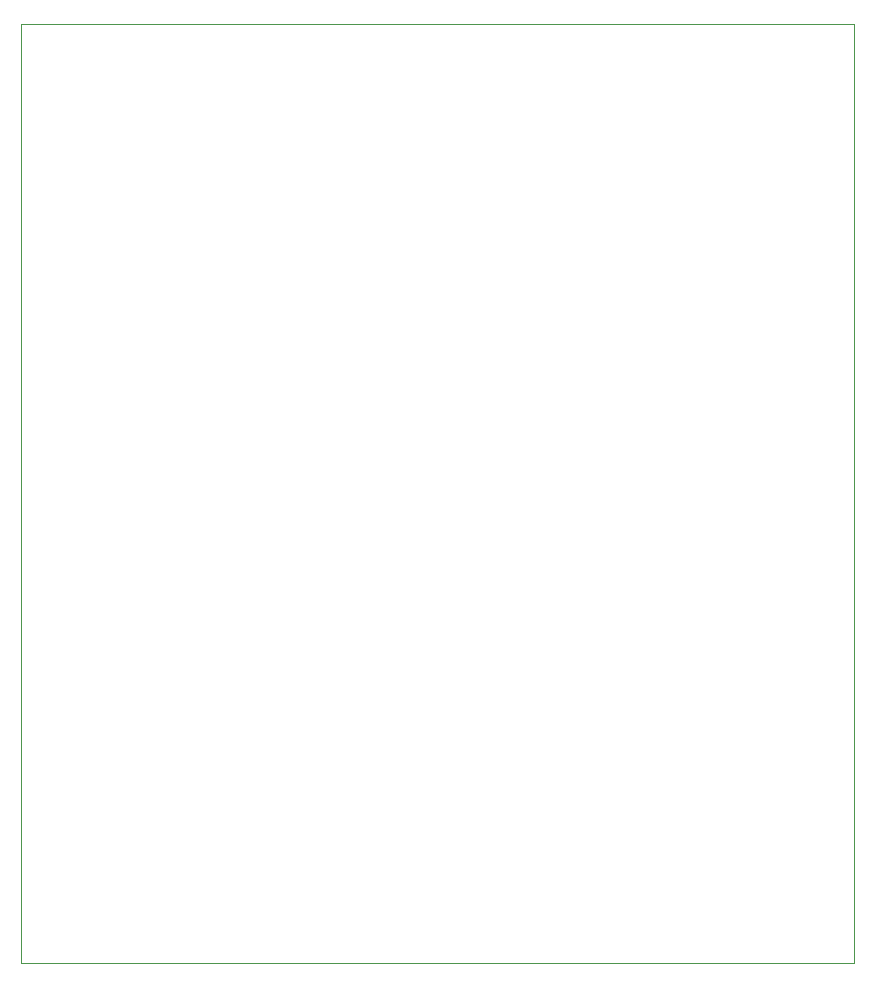
<source format=gbr>
%TF.GenerationSoftware,KiCad,Pcbnew,8.0.3*%
%TF.CreationDate,2024-12-09T22:45:42-06:00*%
%TF.ProjectId,M4_CAN_Feather_Carrier,4d345f43-414e-45f4-9665-61746865725f,6*%
%TF.SameCoordinates,Original*%
%TF.FileFunction,Profile,NP*%
%FSLAX46Y46*%
G04 Gerber Fmt 4.6, Leading zero omitted, Abs format (unit mm)*
G04 Created by KiCad (PCBNEW 8.0.3) date 2024-12-09 22:45:42*
%MOMM*%
%LPD*%
G01*
G04 APERTURE LIST*
%TA.AperFunction,Profile*%
%ADD10C,0.100000*%
%TD*%
G04 APERTURE END LIST*
D10*
X-3000000Y3000000D02*
X67500000Y3000000D01*
X67500000Y-76500000D01*
X-3000000Y-76500000D01*
X-3000000Y3000000D01*
M02*

</source>
